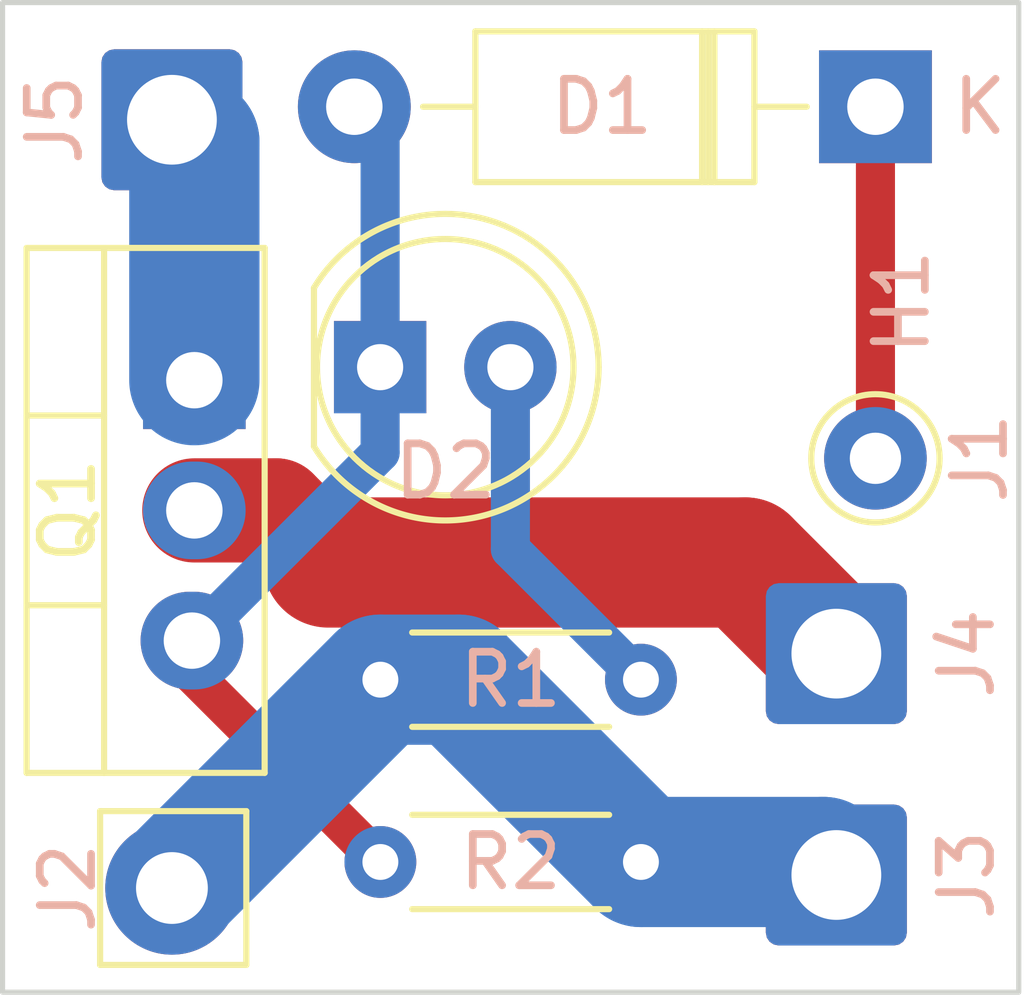
<source format=kicad_pcb>
(kicad_pcb (version 20211014) (generator pcbnew)
  (layers (0 "F.Cu" signal) (31 "B.Cu" signal) (34 "B.Paste" user) (35 "F.Paste" user) (36 "B.SilkS" user "B.Silkscreen") (37 "F.SilkS" user "F.Silkscreen") (38 "B.Mask" user) (39 "F.Mask" user) (44 "Edge.Cuts" user))
  (net 0 "")
  (net 1 "Net-(D1-Pad2)")
  (net 2 "Net-(D2-Pad2)")
  (net 3 "+12V")
  (net 4 "GND")
  (net 5 "CTRL")
  (net 6 "M-")
  (footprint "Connector_Wire:SolderWire-1sqmm_1x01_D1.4mm_OD2.7mm" (layer "F.Cu") (at 162.306 90.17 90)
    (fp_text reference "J4" (at 0 2.54 90) (layer "B.SilkS"))
    (fp_text value "M_OUT")
    (pad "1" thru_hole roundrect (at 0 0 90) (size 2.75 2.75) (drill 1.75) (layers *.Cu *.Mask) (roundrect_rratio 0.090909) (net 6 "M-"))
  )
  (footprint "Diode_THT:D_DO-41_SOD81_P10.16mm_Horizontal" (layer "F.Cu") (at 163.068 79.502 180)
    (fp_text reference "D1" (at 5.334 0) (layer "B.SilkS"))
    (fp_text value "1N4001")
    (fp_text user "K" (at -2.032 0) (layer "B.SilkS"))
    (fp_line (start 1.34 0) (end 2.36 0) (layer "F.SilkS") (width 0.12))
    (fp_line (start 2.36 -1.47) (end 2.36 1.47) (layer "F.SilkS") (width 0.12))
    (fp_line (start 8.82 0) (end 7.8 0) (layer "F.SilkS") (width 0.12))
    (fp_line (start 2.36 1.47) (end 7.8 1.47) (layer "F.SilkS") (width 0.12))
    (fp_line (start 7.8 1.47) (end 7.8 -1.47) (layer "F.SilkS") (width 0.12))
    (fp_line (start 3.14 -1.47) (end 3.14 1.47) (layer "F.SilkS") (width 0.12))
    (fp_line (start 3.26 -1.47) (end 3.26 1.47) (layer "F.SilkS") (width 0.12))
    (fp_line (start 7.8 -1.47) (end 2.36 -1.47) (layer "F.SilkS") (width 0.12))
    (fp_line (start 3.38 -1.47) (end 3.38 1.47) (layer "F.SilkS") (width 0.12))
    (pad "1" thru_hole rect (at 0 0 180) (size 2.2 2.2) (drill 1.1) (layers *.Cu *.Mask) (net 5 "CTRL"))
    (pad "2" thru_hole oval (at 10.16 0 180) (size 2.2 2.2) (drill 1.1) (layers *.Cu *.Mask) (net 1 "Net-(D1-Pad2)"))
  )
  (footprint "Resistor_THT:R_Axial_DIN0204_L3.6mm_D1.6mm_P5.08mm_Horizontal" (layer "F.Cu") (at 158.496 94.234 180)
    (fp_text reference "R2" (at 2.54 0) (layer "B.SilkS"))
    (fp_text value "22k")
    (fp_line (start 0.62 -0.92) (end 4.46 -0.92) (layer "F.SilkS") (width 0.12))
    (fp_line (start 0.62 0.92) (end 4.46 0.92) (layer "F.SilkS") (width 0.12))
    (pad "1" thru_hole circle (at 0 0 180) (size 1.4 1.4) (drill 0.7) (layers *.Cu *.Mask) (net 3 "+12V"))
    (pad "2" thru_hole oval (at 5.08 0 180) (size 1.4 1.4) (drill 0.7) (layers *.Cu *.Mask) (net 1 "Net-(D1-Pad2)"))
  )
  (footprint "Connector_Wire:SolderWire-1sqmm_1x01_D1.4mm_OD2.7mm" (layer "F.Cu") (at 149.352 79.756 -90)
    (fp_text reference "J5" (at 0 2.286 90) (layer "B.SilkS"))
    (fp_text value "BAT-")
    (pad "1" thru_hole roundrect (at 0 0 270) (size 2.75 2.75) (drill 1.75) (layers *.Cu *.Mask) (roundrect_rratio 0.090909) (net 4 "GND"))
  )
  (footprint "Connector_Pin:Pin_D1.0mm_L10.0mm" (layer "F.Cu") (at 163.068 86.36 -90)
    (fp_text reference "J1" (at 0 -2.032 90) (layer "B.SilkS"))
    (fp_text value "CTRL")
    (fp_circle (center 0 0) (end 1.25 0.05) (layer "F.SilkS") (width 0.12) (fill none))
    (pad "1" thru_hole circle (at 0 0 270) (size 2 2) (drill 1) (layers *.Cu *.Mask) (net 5 "CTRL"))
  )
  (footprint "Package_TO_SOT_THT:TO-220-3_JB" (layer "F.Cu") (at 149.789 89.916 90)
    (fp_text reference "Q1" (at 2.54 -2.469 90) (layer "F.SilkS"))
    (fp_text value "IRFZ744N")
    (fp_line (start -2.58 -3.27) (end 7.66 -3.27) (layer "F.SilkS") (width 0.12))
    (fp_line (start 0.69 -3.27) (end 0.69 -1.76) (layer "F.SilkS") (width 0.12))
    (fp_line (start -2.58 -3.27) (end -2.58 1.371) (layer "F.SilkS") (width 0.12))
    (fp_line (start -2.58 1.371) (end 7.66 1.371) (layer "F.SilkS") (width 0.12))
    (fp_line (start -2.58 -1.76) (end 7.66 -1.76) (layer "F.SilkS") (width 0.12))
    (fp_line (start 7.66 -3.27) (end 7.66 1.371) (layer "F.SilkS") (width 0.12))
    (fp_line (start 4.391 -3.27) (end 4.391 -1.76) (layer "F.SilkS") (width 0.12))
    (pad "1" thru_hole oval (at 0 -0.0475 90) (size 1.905 2) (drill 1.1) (layers *.Cu *.Mask) (net 1 "Net-(D1-Pad2)"))
    (pad "2" thru_hole oval (at 2.54 0 90) (size 1.905 2) (drill 1.1) (layers *.Cu *.Mask) (net 6 "M-"))
    (pad "3" thru_hole rect (at 5.08 0 90) (size 1.905 2) (drill 1.1) (layers *.Cu *.Mask) (net 4 "GND"))
  )
  (footprint "Resistor_THT:R_Axial_DIN0204_L3.6mm_D1.6mm_P5.08mm_Horizontal" (layer "F.Cu") (at 153.416 90.678)
    (fp_text reference "R1" (at 2.54 0 180) (layer "B.SilkS"))
    (fp_text value "220")
    (fp_line (start 0.62 0.92) (end 4.46 0.92) (layer "F.SilkS") (width 0.12))
    (fp_line (start 0.62 -0.92) (end 4.46 -0.92) (layer "F.SilkS") (width 0.12))
    (pad "1" thru_hole circle (at 0 0) (size 1.4 1.4) (drill 0.7) (layers *.Cu *.Mask) (net 3 "+12V"))
    (pad "2" thru_hole oval (at 5.08 0) (size 1.4 1.4) (drill 0.7) (layers *.Cu *.Mask) (net 2 "Net-(D2-Pad2)"))
  )
  (footprint "Connector_Pin:Pin_D1.4mm_L8.5mm_W2.8mm_FlatFork" (layer "F.Cu") (at 149.352 94.742 90)
    (fp_text reference "J2" (at 0 -2.032 90) (layer "B.SilkS"))
    (fp_text value "BAT+")
    (fp_line (start -1.5 -1.4) (end -1.5 1.45) (layer "F.SilkS") (width 0.12))
    (fp_line (start 1.5 -1.4) (end 1.5 1.45) (layer "F.SilkS") (width 0.12))
    (fp_line (start -1.5 -1.4) (end 1.5 -1.4) (layer "F.SilkS") (width 0.12))
    (fp_line (start -1.5 1.45) (end 1.5 1.45) (layer "F.SilkS") (width 0.12))
    (pad "1" thru_hole circle (at 0 0 90) (size 2.6 2.6) (drill 1.4) (layers *.Cu *.Mask) (net 3 "+12V"))
  )
  (footprint "Connector_Wire:SolderWire-1sqmm_1x01_D1.4mm_OD2.7mm" (layer "F.Cu") (at 162.306 94.488 90)
    (fp_text reference "J3" (at 0 2.54 90) (layer "B.SilkS"))
    (fp_text value "M_IN")
    (pad "1" thru_hole roundrect (at 0 0 90) (size 2.75 2.75) (drill 1.75) (layers *.Cu *.Mask) (roundrect_rratio 0.090909) (net 3 "+12V"))
  )
  (footprint "MountingHole:MountingHole_2.1mm" (layer "F.Cu") (at 160.274 83.566 90)
    (fp_text reference "H1" (at 0.254 3.302 270) (layer "B.SilkS"))
    (fp_text value "MNT")
    (pad "" np_thru_hole circle (at 0 0 90) (size 2.1 2.1) (drill 2.1) (layers *.Cu *.Mask))
  )
  (footprint "LED_THT:LED_D5.0mm" (layer "F.Cu") (at 153.411 84.582)
    (fp_text reference "D2" (at 1.275 2.032 180) (layer "B.SilkS"))
    (fp_text value "LED")
    (fp_line (start -1.29 -1.545) (end -1.29 1.545) (layer "F.SilkS") (width 0.12))
    (fp_arc (start -1.29 -1.54483) (mid 2.072002 -2.880433) (end 4.26 0.000462) (layer "F.SilkS") (width 0.12))
    (fp_arc (start 4.26 -0.000462) (mid 2.072002 2.880433) (end -1.29 1.54483) (layer "F.SilkS") (width 0.12))
    (fp_circle (center 1.27 0) (end 3.77 0) (layer "F.SilkS") (width 0.12) (fill none))
    (pad "1" thru_hole rect (at 0 0) (size 1.8 1.8) (drill 0.9) (layers *.Cu *.Mask) (net 1 "Net-(D1-Pad2)"))
    (pad "2" thru_hole circle (at 2.54 0) (size 1.8 1.8) (drill 0.9) (layers *.Cu *.Mask) (net 2 "Net-(D2-Pad2)"))
  )
  (gr_rect (start 146.05 77.47) (end 165.862 96.774) (layer "Edge.Cuts") (width 0.1) (fill none))
  (segment (start 149.7415 90.5595) (end 149.7415 89.916) (width 0.762) (layer "F.Cu") (net 1))
  (segment (start 153.416 94.234) (end 149.7415 90.5595) (width 0.762) (layer "F.Cu") (net 1))
  (segment (start 153.411 84.582) (end 153.411 80.005) (width 0.762) (layer "B.Cu") (net 1))
  (segment (start 153.411 80.005) (end 152.908 79.502) (width 0.762) (layer "B.Cu") (net 1))
  (segment (start 153.411 84.582) (end 153.411 86.2465) (width 0.762) (layer "B.Cu") (net 1))
  (segment (start 153.411 86.2465) (end 149.7415 89.916) (width 0.762) (layer "B.Cu") (net 1))
  (segment (start 155.951 84.582) (end 155.951 88.133) (width 0.762) (layer "B.Cu") (net 2))
  (segment (start 155.951 88.133) (end 158.496 90.678) (width 0.762) (layer "B.Cu") (net 2))
  (segment (start 154.94 90.678) (end 158.496 94.234) (width 2.54) (layer "B.Cu") (net 3))
  (segment (start 153.416 90.678) (end 154.94 90.678) (width 2.54) (layer "B.Cu") (net 3))
  (segment (start 158.496 94.234) (end 162.052 94.234) (width 2.54) (layer "B.Cu") (net 3))
  (segment (start 149.352 94.742) (end 153.416 90.678) (width 2.54) (layer "B.Cu") (net 3))
  (segment (start 162.052 94.234) (end 162.306 94.488) (width 2.54) (layer "B.Cu") (net 3))
  (segment (start 149.789 84.836) (end 149.789 80.193) (width 2.54) (layer "B.Cu") (net 4))
  (segment (start 149.789 80.193) (end 149.352 79.756) (width 2.54) (layer "B.Cu") (net 4))
  (segment (start 163.068 79.502) (end 163.068 86.36) (width 0.762) (layer "F.Cu") (net 5))
  (segment (start 151.384 87.376) (end 152.4 88.392) (width 2.032) (layer "F.Cu") (net 6))
  (segment (start 160.528 88.392) (end 162.306 90.17) (width 2.54) (layer "F.Cu") (net 6))
  (segment (start 152.4 88.392) (end 160.528 88.392) (width 2.54) (layer "F.Cu") (net 6))
  (segment (start 149.789 87.376) (end 151.384 87.376) (width 2.032) (layer "F.Cu") (net 6))
)
</source>
